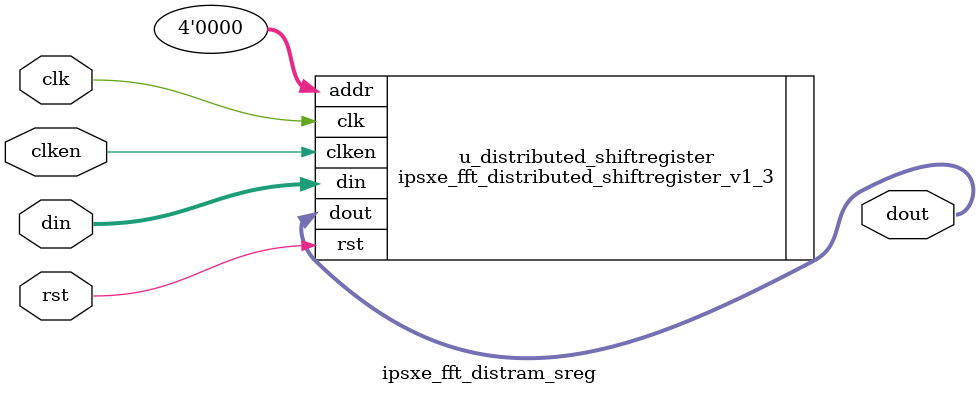
<source format=v>





module ipsxe_fft_distram_sreg
     (
      din       ,      
      clk       ,
      clken     ,
      rst       ,
      dout
     );

    localparam OUT_REG = 1 ; //@IPC bool

    parameter  FIXED_DEPTH = 4 ; // @IPC int 1,1024

    localparam VARIABLE_MAX_DEPTH = 14 ; // @IPC int 1,1024

    parameter  DATA_WIDTH = 10 ; // @IPC int 1,256

    localparam SHIFT_REG_TYPE = "fixed_latency" ; // @IPC enum fixed_latency,dynamic_latency

    localparam SHIFT_REG_TYPE_BOOL = 1 ; // @IPC bool

    localparam RST_TYPE = "ASYNC" ; // @IPC enum ASYNC,SYNC


    localparam  DEPTH   = (SHIFT_REG_TYPE=="fixed_latency"  ) ? FIXED_DEPTH :
                          (SHIFT_REG_TYPE=="dynamic_latency") ? VARIABLE_MAX_DEPTH : 0;

    
    function integer clog2;
    input integer n;
    begin
        n = n - 1;
        for (clog2=0; n>0; clog2=clog2+1)
            n = n >> 1;
    end
    endfunction
    
    localparam  ADDR_WIDTH = (DEPTH<=16)   ? 4 : clog2(DEPTH);
                             //(DEPTH<=32)   ? 5 :
                             //(DEPTH<=64)   ? 6 :
                             //(DEPTH<=128)  ? 7 :
                             //(DEPTH<=256)  ? 8 :
                             //(DEPTH<=512)  ? 9 : 10 ;


     input  wire     [DATA_WIDTH-1:0]       din     ;
      
     input  wire                            clk     ;
     input  wire                            clken   ;
     input  wire                            rst     ;
     output wire     [DATA_WIDTH-1:0]       dout    ;


ipsxe_fft_distributed_shiftregister_v1_3
   #(
    .OUT_REG             (OUT_REG            )  ,
    .FIXED_DEPTH         (FIXED_DEPTH        )  ,
    .VARIABLE_MAX_DEPTH  (VARIABLE_MAX_DEPTH )  ,
    .DATA_WIDTH          (DATA_WIDTH         )  ,
    .SHIFT_REG_TYPE      (SHIFT_REG_TYPE     )  ,
    .RST_TYPE            (RST_TYPE           )
    ) u_distributed_shiftregister
    (
    .din                 (din                )  ,
    
    .addr                ({ADDR_WIDTH{1'b0}} )  ,
        
    .clk                 (clk                )  ,
    .clken               (clken              )  ,
    .rst                 (rst                )  ,
    .dout                (dout               )
    );
endmodule

</source>
